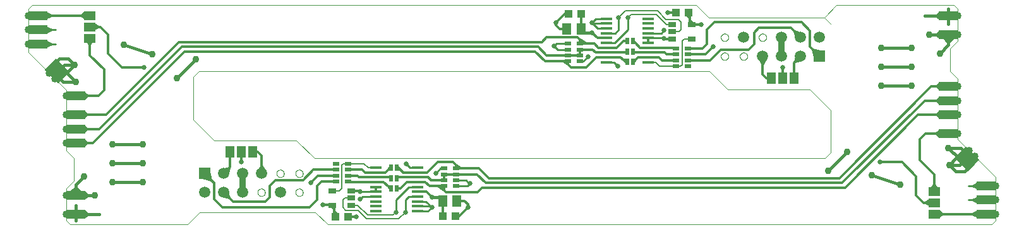
<source format=gtl>
G04 EAGLE Gerber X2 export*
%TF.Part,Single*%
%TF.FileFunction,Other,top copper*%
%TF.FilePolarity,Positive*%
%TF.GenerationSoftware,Autodesk,EAGLE,9.5.2*%
%TF.CreationDate,2020-03-22T18:46:16Z*%
G75*
%MOMM*%
%FSLAX34Y34*%
%LPD*%
%INtop copper*%
%AMOC8*
5,1,8,0,0,1.08239X$1,22.5*%
G01*
%ADD10C,0.000000*%
%ADD11R,2.540000X1.270000*%
%ADD12R,1.270000X2.540000*%
%ADD13R,1.500000X1.500000*%
%ADD14C,1.500000*%
%ADD15R,1.168400X1.600200*%
%ADD16R,1.300000X1.500000*%
%ADD17R,1.600000X0.350000*%
%ADD18R,0.900000X0.500000*%
%ADD19R,1.100000X1.000000*%
%ADD20R,0.508000X0.889000*%
%ADD21R,1.600200X1.168400*%
%ADD22R,0.990000X0.690000*%
%ADD23C,0.203200*%
%ADD24C,1.020000*%
%ADD25C,0.304800*%
%ADD26C,0.406400*%
%ADD27C,0.935000*%
%ADD28C,0.680000*%
%ADD29C,0.254000*%
%ADD30C,0.812800*%


D10*
X0Y232410D02*
X50800Y181610D01*
X50800Y100330D01*
X60960Y90170D01*
X60960Y59690D01*
X50800Y49530D01*
X50800Y6350D01*
X55880Y1270D01*
X213360Y1270D01*
X0Y232410D02*
X0Y290830D01*
X5080Y295910D01*
X220980Y199390D02*
X220980Y142240D01*
X220980Y199390D02*
X228600Y207010D01*
X913130Y207010D01*
X895350Y295910D02*
X5080Y295910D01*
X913130Y207010D02*
X937260Y182880D01*
X1047750Y182880D01*
X911860Y279400D02*
X895350Y295910D01*
X911860Y279400D02*
X1066800Y279400D01*
X1075690Y270510D01*
X1245870Y115570D02*
X1296670Y64770D01*
X1245870Y115570D02*
X1245870Y196850D01*
X1235710Y207010D01*
X1235710Y237490D01*
X1245870Y247650D01*
X1245870Y290830D01*
X1240790Y295910D01*
X1083310Y295910D01*
X1296670Y64770D02*
X1296670Y6350D01*
X1291590Y1270D01*
X1075690Y97790D02*
X1075690Y154940D01*
X1075690Y97790D02*
X1068070Y90170D01*
X383540Y90170D01*
X401320Y1270D02*
X1291590Y1270D01*
X383540Y90170D02*
X359410Y114300D01*
X248920Y114300D01*
X384810Y17780D02*
X401320Y1270D01*
X384810Y17780D02*
X229870Y17780D01*
X1066800Y279400D02*
X1083310Y295910D01*
X1047750Y182880D02*
X1075690Y154940D01*
X248920Y114300D02*
X220980Y142240D01*
X229870Y17780D02*
X213360Y1270D01*
D11*
X63500Y110490D03*
X63500Y173990D03*
X63500Y129540D03*
X63500Y40640D03*
D12*
G36*
X55380Y206330D02*
X46400Y197350D01*
X28440Y215310D01*
X37420Y224290D01*
X55380Y206330D01*
G37*
D11*
X63500Y15240D03*
X63500Y148590D03*
D12*
G36*
X49030Y199980D02*
X40050Y191000D01*
X22090Y208960D01*
X31070Y217940D01*
X49030Y199980D01*
G37*
D13*
X1060450Y227330D03*
D14*
X1060450Y252730D03*
X1035050Y227330D03*
X1035050Y252730D03*
X1009650Y227330D03*
X1009650Y252730D03*
X958850Y252730D03*
D10*
X953850Y227330D02*
X953852Y227471D01*
X953858Y227612D01*
X953868Y227752D01*
X953882Y227892D01*
X953900Y228032D01*
X953921Y228171D01*
X953947Y228310D01*
X953976Y228448D01*
X954010Y228584D01*
X954047Y228720D01*
X954088Y228855D01*
X954133Y228989D01*
X954182Y229121D01*
X954234Y229252D01*
X954290Y229381D01*
X954350Y229508D01*
X954413Y229634D01*
X954479Y229758D01*
X954550Y229881D01*
X954623Y230001D01*
X954700Y230119D01*
X954780Y230235D01*
X954864Y230348D01*
X954950Y230459D01*
X955040Y230568D01*
X955133Y230674D01*
X955228Y230777D01*
X955327Y230878D01*
X955428Y230976D01*
X955532Y231071D01*
X955639Y231163D01*
X955748Y231252D01*
X955860Y231337D01*
X955974Y231420D01*
X956090Y231500D01*
X956209Y231576D01*
X956330Y231648D01*
X956452Y231718D01*
X956577Y231783D01*
X956703Y231846D01*
X956831Y231904D01*
X956961Y231959D01*
X957092Y232011D01*
X957225Y232058D01*
X957359Y232102D01*
X957494Y232143D01*
X957630Y232179D01*
X957767Y232211D01*
X957905Y232240D01*
X958043Y232265D01*
X958183Y232285D01*
X958323Y232302D01*
X958463Y232315D01*
X958604Y232324D01*
X958744Y232329D01*
X958885Y232330D01*
X959026Y232327D01*
X959167Y232320D01*
X959307Y232309D01*
X959447Y232294D01*
X959587Y232275D01*
X959726Y232253D01*
X959864Y232226D01*
X960002Y232196D01*
X960138Y232161D01*
X960274Y232123D01*
X960408Y232081D01*
X960542Y232035D01*
X960674Y231986D01*
X960804Y231932D01*
X960933Y231875D01*
X961060Y231815D01*
X961186Y231751D01*
X961309Y231683D01*
X961431Y231612D01*
X961551Y231538D01*
X961668Y231460D01*
X961783Y231379D01*
X961896Y231295D01*
X962007Y231208D01*
X962115Y231117D01*
X962220Y231024D01*
X962323Y230927D01*
X962423Y230828D01*
X962520Y230726D01*
X962614Y230621D01*
X962705Y230514D01*
X962793Y230404D01*
X962878Y230292D01*
X962960Y230177D01*
X963039Y230060D01*
X963114Y229941D01*
X963186Y229820D01*
X963254Y229697D01*
X963319Y229572D01*
X963381Y229445D01*
X963438Y229316D01*
X963493Y229186D01*
X963543Y229055D01*
X963590Y228922D01*
X963633Y228788D01*
X963672Y228652D01*
X963707Y228516D01*
X963739Y228379D01*
X963766Y228241D01*
X963790Y228102D01*
X963810Y227962D01*
X963826Y227822D01*
X963838Y227682D01*
X963846Y227541D01*
X963850Y227400D01*
X963850Y227260D01*
X963846Y227119D01*
X963838Y226978D01*
X963826Y226838D01*
X963810Y226698D01*
X963790Y226558D01*
X963766Y226419D01*
X963739Y226281D01*
X963707Y226144D01*
X963672Y226008D01*
X963633Y225872D01*
X963590Y225738D01*
X963543Y225605D01*
X963493Y225474D01*
X963438Y225344D01*
X963381Y225215D01*
X963319Y225088D01*
X963254Y224963D01*
X963186Y224840D01*
X963114Y224719D01*
X963039Y224600D01*
X962960Y224483D01*
X962878Y224368D01*
X962793Y224256D01*
X962705Y224146D01*
X962614Y224039D01*
X962520Y223934D01*
X962423Y223832D01*
X962323Y223733D01*
X962220Y223636D01*
X962115Y223543D01*
X962007Y223452D01*
X961896Y223365D01*
X961783Y223281D01*
X961668Y223200D01*
X961551Y223122D01*
X961431Y223048D01*
X961309Y222977D01*
X961186Y222909D01*
X961060Y222845D01*
X960933Y222785D01*
X960804Y222728D01*
X960674Y222674D01*
X960542Y222625D01*
X960408Y222579D01*
X960274Y222537D01*
X960138Y222499D01*
X960002Y222464D01*
X959864Y222434D01*
X959726Y222407D01*
X959587Y222385D01*
X959447Y222366D01*
X959307Y222351D01*
X959167Y222340D01*
X959026Y222333D01*
X958885Y222330D01*
X958744Y222331D01*
X958604Y222336D01*
X958463Y222345D01*
X958323Y222358D01*
X958183Y222375D01*
X958043Y222395D01*
X957905Y222420D01*
X957767Y222449D01*
X957630Y222481D01*
X957494Y222517D01*
X957359Y222558D01*
X957225Y222602D01*
X957092Y222649D01*
X956961Y222701D01*
X956831Y222756D01*
X956703Y222814D01*
X956577Y222877D01*
X956452Y222942D01*
X956330Y223012D01*
X956209Y223084D01*
X956090Y223160D01*
X955974Y223240D01*
X955860Y223323D01*
X955748Y223408D01*
X955639Y223497D01*
X955532Y223589D01*
X955428Y223684D01*
X955327Y223782D01*
X955228Y223883D01*
X955133Y223986D01*
X955040Y224092D01*
X954950Y224201D01*
X954864Y224312D01*
X954780Y224425D01*
X954700Y224541D01*
X954623Y224659D01*
X954550Y224779D01*
X954479Y224902D01*
X954413Y225026D01*
X954350Y225152D01*
X954290Y225279D01*
X954234Y225408D01*
X954182Y225539D01*
X954133Y225671D01*
X954088Y225805D01*
X954047Y225940D01*
X954010Y226076D01*
X953976Y226212D01*
X953947Y226350D01*
X953921Y226489D01*
X953900Y226628D01*
X953882Y226768D01*
X953868Y226908D01*
X953858Y227048D01*
X953852Y227189D01*
X953850Y227330D01*
X928450Y227330D02*
X928452Y227471D01*
X928458Y227612D01*
X928468Y227752D01*
X928482Y227892D01*
X928500Y228032D01*
X928521Y228171D01*
X928547Y228310D01*
X928576Y228448D01*
X928610Y228584D01*
X928647Y228720D01*
X928688Y228855D01*
X928733Y228989D01*
X928782Y229121D01*
X928834Y229252D01*
X928890Y229381D01*
X928950Y229508D01*
X929013Y229634D01*
X929079Y229758D01*
X929150Y229881D01*
X929223Y230001D01*
X929300Y230119D01*
X929380Y230235D01*
X929464Y230348D01*
X929550Y230459D01*
X929640Y230568D01*
X929733Y230674D01*
X929828Y230777D01*
X929927Y230878D01*
X930028Y230976D01*
X930132Y231071D01*
X930239Y231163D01*
X930348Y231252D01*
X930460Y231337D01*
X930574Y231420D01*
X930690Y231500D01*
X930809Y231576D01*
X930930Y231648D01*
X931052Y231718D01*
X931177Y231783D01*
X931303Y231846D01*
X931431Y231904D01*
X931561Y231959D01*
X931692Y232011D01*
X931825Y232058D01*
X931959Y232102D01*
X932094Y232143D01*
X932230Y232179D01*
X932367Y232211D01*
X932505Y232240D01*
X932643Y232265D01*
X932783Y232285D01*
X932923Y232302D01*
X933063Y232315D01*
X933204Y232324D01*
X933344Y232329D01*
X933485Y232330D01*
X933626Y232327D01*
X933767Y232320D01*
X933907Y232309D01*
X934047Y232294D01*
X934187Y232275D01*
X934326Y232253D01*
X934464Y232226D01*
X934602Y232196D01*
X934738Y232161D01*
X934874Y232123D01*
X935008Y232081D01*
X935142Y232035D01*
X935274Y231986D01*
X935404Y231932D01*
X935533Y231875D01*
X935660Y231815D01*
X935786Y231751D01*
X935909Y231683D01*
X936031Y231612D01*
X936151Y231538D01*
X936268Y231460D01*
X936383Y231379D01*
X936496Y231295D01*
X936607Y231208D01*
X936715Y231117D01*
X936820Y231024D01*
X936923Y230927D01*
X937023Y230828D01*
X937120Y230726D01*
X937214Y230621D01*
X937305Y230514D01*
X937393Y230404D01*
X937478Y230292D01*
X937560Y230177D01*
X937639Y230060D01*
X937714Y229941D01*
X937786Y229820D01*
X937854Y229697D01*
X937919Y229572D01*
X937981Y229445D01*
X938038Y229316D01*
X938093Y229186D01*
X938143Y229055D01*
X938190Y228922D01*
X938233Y228788D01*
X938272Y228652D01*
X938307Y228516D01*
X938339Y228379D01*
X938366Y228241D01*
X938390Y228102D01*
X938410Y227962D01*
X938426Y227822D01*
X938438Y227682D01*
X938446Y227541D01*
X938450Y227400D01*
X938450Y227260D01*
X938446Y227119D01*
X938438Y226978D01*
X938426Y226838D01*
X938410Y226698D01*
X938390Y226558D01*
X938366Y226419D01*
X938339Y226281D01*
X938307Y226144D01*
X938272Y226008D01*
X938233Y225872D01*
X938190Y225738D01*
X938143Y225605D01*
X938093Y225474D01*
X938038Y225344D01*
X937981Y225215D01*
X937919Y225088D01*
X937854Y224963D01*
X937786Y224840D01*
X937714Y224719D01*
X937639Y224600D01*
X937560Y224483D01*
X937478Y224368D01*
X937393Y224256D01*
X937305Y224146D01*
X937214Y224039D01*
X937120Y223934D01*
X937023Y223832D01*
X936923Y223733D01*
X936820Y223636D01*
X936715Y223543D01*
X936607Y223452D01*
X936496Y223365D01*
X936383Y223281D01*
X936268Y223200D01*
X936151Y223122D01*
X936031Y223048D01*
X935909Y222977D01*
X935786Y222909D01*
X935660Y222845D01*
X935533Y222785D01*
X935404Y222728D01*
X935274Y222674D01*
X935142Y222625D01*
X935008Y222579D01*
X934874Y222537D01*
X934738Y222499D01*
X934602Y222464D01*
X934464Y222434D01*
X934326Y222407D01*
X934187Y222385D01*
X934047Y222366D01*
X933907Y222351D01*
X933767Y222340D01*
X933626Y222333D01*
X933485Y222330D01*
X933344Y222331D01*
X933204Y222336D01*
X933063Y222345D01*
X932923Y222358D01*
X932783Y222375D01*
X932643Y222395D01*
X932505Y222420D01*
X932367Y222449D01*
X932230Y222481D01*
X932094Y222517D01*
X931959Y222558D01*
X931825Y222602D01*
X931692Y222649D01*
X931561Y222701D01*
X931431Y222756D01*
X931303Y222814D01*
X931177Y222877D01*
X931052Y222942D01*
X930930Y223012D01*
X930809Y223084D01*
X930690Y223160D01*
X930574Y223240D01*
X930460Y223323D01*
X930348Y223408D01*
X930239Y223497D01*
X930132Y223589D01*
X930028Y223684D01*
X929927Y223782D01*
X929828Y223883D01*
X929733Y223986D01*
X929640Y224092D01*
X929550Y224201D01*
X929464Y224312D01*
X929380Y224425D01*
X929300Y224541D01*
X929223Y224659D01*
X929150Y224779D01*
X929079Y224902D01*
X929013Y225026D01*
X928950Y225152D01*
X928890Y225279D01*
X928834Y225408D01*
X928782Y225539D01*
X928733Y225671D01*
X928688Y225805D01*
X928647Y225940D01*
X928610Y226076D01*
X928576Y226212D01*
X928547Y226350D01*
X928521Y226489D01*
X928500Y226628D01*
X928482Y226768D01*
X928468Y226908D01*
X928458Y227048D01*
X928452Y227189D01*
X928450Y227330D01*
X928450Y252730D02*
X928452Y252871D01*
X928458Y253012D01*
X928468Y253152D01*
X928482Y253292D01*
X928500Y253432D01*
X928521Y253571D01*
X928547Y253710D01*
X928576Y253848D01*
X928610Y253984D01*
X928647Y254120D01*
X928688Y254255D01*
X928733Y254389D01*
X928782Y254521D01*
X928834Y254652D01*
X928890Y254781D01*
X928950Y254908D01*
X929013Y255034D01*
X929079Y255158D01*
X929150Y255281D01*
X929223Y255401D01*
X929300Y255519D01*
X929380Y255635D01*
X929464Y255748D01*
X929550Y255859D01*
X929640Y255968D01*
X929733Y256074D01*
X929828Y256177D01*
X929927Y256278D01*
X930028Y256376D01*
X930132Y256471D01*
X930239Y256563D01*
X930348Y256652D01*
X930460Y256737D01*
X930574Y256820D01*
X930690Y256900D01*
X930809Y256976D01*
X930930Y257048D01*
X931052Y257118D01*
X931177Y257183D01*
X931303Y257246D01*
X931431Y257304D01*
X931561Y257359D01*
X931692Y257411D01*
X931825Y257458D01*
X931959Y257502D01*
X932094Y257543D01*
X932230Y257579D01*
X932367Y257611D01*
X932505Y257640D01*
X932643Y257665D01*
X932783Y257685D01*
X932923Y257702D01*
X933063Y257715D01*
X933204Y257724D01*
X933344Y257729D01*
X933485Y257730D01*
X933626Y257727D01*
X933767Y257720D01*
X933907Y257709D01*
X934047Y257694D01*
X934187Y257675D01*
X934326Y257653D01*
X934464Y257626D01*
X934602Y257596D01*
X934738Y257561D01*
X934874Y257523D01*
X935008Y257481D01*
X935142Y257435D01*
X935274Y257386D01*
X935404Y257332D01*
X935533Y257275D01*
X935660Y257215D01*
X935786Y257151D01*
X935909Y257083D01*
X936031Y257012D01*
X936151Y256938D01*
X936268Y256860D01*
X936383Y256779D01*
X936496Y256695D01*
X936607Y256608D01*
X936715Y256517D01*
X936820Y256424D01*
X936923Y256327D01*
X937023Y256228D01*
X937120Y256126D01*
X937214Y256021D01*
X937305Y255914D01*
X937393Y255804D01*
X937478Y255692D01*
X937560Y255577D01*
X937639Y255460D01*
X937714Y255341D01*
X937786Y255220D01*
X937854Y255097D01*
X937919Y254972D01*
X937981Y254845D01*
X938038Y254716D01*
X938093Y254586D01*
X938143Y254455D01*
X938190Y254322D01*
X938233Y254188D01*
X938272Y254052D01*
X938307Y253916D01*
X938339Y253779D01*
X938366Y253641D01*
X938390Y253502D01*
X938410Y253362D01*
X938426Y253222D01*
X938438Y253082D01*
X938446Y252941D01*
X938450Y252800D01*
X938450Y252660D01*
X938446Y252519D01*
X938438Y252378D01*
X938426Y252238D01*
X938410Y252098D01*
X938390Y251958D01*
X938366Y251819D01*
X938339Y251681D01*
X938307Y251544D01*
X938272Y251408D01*
X938233Y251272D01*
X938190Y251138D01*
X938143Y251005D01*
X938093Y250874D01*
X938038Y250744D01*
X937981Y250615D01*
X937919Y250488D01*
X937854Y250363D01*
X937786Y250240D01*
X937714Y250119D01*
X937639Y250000D01*
X937560Y249883D01*
X937478Y249768D01*
X937393Y249656D01*
X937305Y249546D01*
X937214Y249439D01*
X937120Y249334D01*
X937023Y249232D01*
X936923Y249133D01*
X936820Y249036D01*
X936715Y248943D01*
X936607Y248852D01*
X936496Y248765D01*
X936383Y248681D01*
X936268Y248600D01*
X936151Y248522D01*
X936031Y248448D01*
X935909Y248377D01*
X935786Y248309D01*
X935660Y248245D01*
X935533Y248185D01*
X935404Y248128D01*
X935274Y248074D01*
X935142Y248025D01*
X935008Y247979D01*
X934874Y247937D01*
X934738Y247899D01*
X934602Y247864D01*
X934464Y247834D01*
X934326Y247807D01*
X934187Y247785D01*
X934047Y247766D01*
X933907Y247751D01*
X933767Y247740D01*
X933626Y247733D01*
X933485Y247730D01*
X933344Y247731D01*
X933204Y247736D01*
X933063Y247745D01*
X932923Y247758D01*
X932783Y247775D01*
X932643Y247795D01*
X932505Y247820D01*
X932367Y247849D01*
X932230Y247881D01*
X932094Y247917D01*
X931959Y247958D01*
X931825Y248002D01*
X931692Y248049D01*
X931561Y248101D01*
X931431Y248156D01*
X931303Y248214D01*
X931177Y248277D01*
X931052Y248342D01*
X930930Y248412D01*
X930809Y248484D01*
X930690Y248560D01*
X930574Y248640D01*
X930460Y248723D01*
X930348Y248808D01*
X930239Y248897D01*
X930132Y248989D01*
X930028Y249084D01*
X929927Y249182D01*
X929828Y249283D01*
X929733Y249386D01*
X929640Y249492D01*
X929550Y249601D01*
X929464Y249712D01*
X929380Y249825D01*
X929300Y249941D01*
X929223Y250059D01*
X929150Y250179D01*
X929079Y250302D01*
X929013Y250426D01*
X928950Y250552D01*
X928890Y250679D01*
X928834Y250808D01*
X928782Y250939D01*
X928733Y251071D01*
X928688Y251205D01*
X928647Y251340D01*
X928610Y251476D01*
X928576Y251612D01*
X928547Y251750D01*
X928521Y251889D01*
X928500Y252028D01*
X928482Y252168D01*
X928468Y252308D01*
X928458Y252448D01*
X928452Y252589D01*
X928450Y252730D01*
D14*
X984250Y227330D03*
D10*
X979250Y252730D02*
X979252Y252871D01*
X979258Y253012D01*
X979268Y253152D01*
X979282Y253292D01*
X979300Y253432D01*
X979321Y253571D01*
X979347Y253710D01*
X979376Y253848D01*
X979410Y253984D01*
X979447Y254120D01*
X979488Y254255D01*
X979533Y254389D01*
X979582Y254521D01*
X979634Y254652D01*
X979690Y254781D01*
X979750Y254908D01*
X979813Y255034D01*
X979879Y255158D01*
X979950Y255281D01*
X980023Y255401D01*
X980100Y255519D01*
X980180Y255635D01*
X980264Y255748D01*
X980350Y255859D01*
X980440Y255968D01*
X980533Y256074D01*
X980628Y256177D01*
X980727Y256278D01*
X980828Y256376D01*
X980932Y256471D01*
X981039Y256563D01*
X981148Y256652D01*
X981260Y256737D01*
X981374Y256820D01*
X981490Y256900D01*
X981609Y256976D01*
X981730Y257048D01*
X981852Y257118D01*
X981977Y257183D01*
X982103Y257246D01*
X982231Y257304D01*
X982361Y257359D01*
X982492Y257411D01*
X982625Y257458D01*
X982759Y257502D01*
X982894Y257543D01*
X983030Y257579D01*
X983167Y257611D01*
X983305Y257640D01*
X983443Y257665D01*
X983583Y257685D01*
X983723Y257702D01*
X983863Y257715D01*
X984004Y257724D01*
X984144Y257729D01*
X984285Y257730D01*
X984426Y257727D01*
X984567Y257720D01*
X984707Y257709D01*
X984847Y257694D01*
X984987Y257675D01*
X985126Y257653D01*
X985264Y257626D01*
X985402Y257596D01*
X985538Y257561D01*
X985674Y257523D01*
X985808Y257481D01*
X985942Y257435D01*
X986074Y257386D01*
X986204Y257332D01*
X986333Y257275D01*
X986460Y257215D01*
X986586Y257151D01*
X986709Y257083D01*
X986831Y257012D01*
X986951Y256938D01*
X987068Y256860D01*
X987183Y256779D01*
X987296Y256695D01*
X987407Y256608D01*
X987515Y256517D01*
X987620Y256424D01*
X987723Y256327D01*
X987823Y256228D01*
X987920Y256126D01*
X988014Y256021D01*
X988105Y255914D01*
X988193Y255804D01*
X988278Y255692D01*
X988360Y255577D01*
X988439Y255460D01*
X988514Y255341D01*
X988586Y255220D01*
X988654Y255097D01*
X988719Y254972D01*
X988781Y254845D01*
X988838Y254716D01*
X988893Y254586D01*
X988943Y254455D01*
X988990Y254322D01*
X989033Y254188D01*
X989072Y254052D01*
X989107Y253916D01*
X989139Y253779D01*
X989166Y253641D01*
X989190Y253502D01*
X989210Y253362D01*
X989226Y253222D01*
X989238Y253082D01*
X989246Y252941D01*
X989250Y252800D01*
X989250Y252660D01*
X989246Y252519D01*
X989238Y252378D01*
X989226Y252238D01*
X989210Y252098D01*
X989190Y251958D01*
X989166Y251819D01*
X989139Y251681D01*
X989107Y251544D01*
X989072Y251408D01*
X989033Y251272D01*
X988990Y251138D01*
X988943Y251005D01*
X988893Y250874D01*
X988838Y250744D01*
X988781Y250615D01*
X988719Y250488D01*
X988654Y250363D01*
X988586Y250240D01*
X988514Y250119D01*
X988439Y250000D01*
X988360Y249883D01*
X988278Y249768D01*
X988193Y249656D01*
X988105Y249546D01*
X988014Y249439D01*
X987920Y249334D01*
X987823Y249232D01*
X987723Y249133D01*
X987620Y249036D01*
X987515Y248943D01*
X987407Y248852D01*
X987296Y248765D01*
X987183Y248681D01*
X987068Y248600D01*
X986951Y248522D01*
X986831Y248448D01*
X986709Y248377D01*
X986586Y248309D01*
X986460Y248245D01*
X986333Y248185D01*
X986204Y248128D01*
X986074Y248074D01*
X985942Y248025D01*
X985808Y247979D01*
X985674Y247937D01*
X985538Y247899D01*
X985402Y247864D01*
X985264Y247834D01*
X985126Y247807D01*
X984987Y247785D01*
X984847Y247766D01*
X984707Y247751D01*
X984567Y247740D01*
X984426Y247733D01*
X984285Y247730D01*
X984144Y247731D01*
X984004Y247736D01*
X983863Y247745D01*
X983723Y247758D01*
X983583Y247775D01*
X983443Y247795D01*
X983305Y247820D01*
X983167Y247849D01*
X983030Y247881D01*
X982894Y247917D01*
X982759Y247958D01*
X982625Y248002D01*
X982492Y248049D01*
X982361Y248101D01*
X982231Y248156D01*
X982103Y248214D01*
X981977Y248277D01*
X981852Y248342D01*
X981730Y248412D01*
X981609Y248484D01*
X981490Y248560D01*
X981374Y248640D01*
X981260Y248723D01*
X981148Y248808D01*
X981039Y248897D01*
X980932Y248989D01*
X980828Y249084D01*
X980727Y249182D01*
X980628Y249283D01*
X980533Y249386D01*
X980440Y249492D01*
X980350Y249601D01*
X980264Y249712D01*
X980180Y249825D01*
X980100Y249941D01*
X980023Y250059D01*
X979950Y250179D01*
X979879Y250302D01*
X979813Y250426D01*
X979750Y250552D01*
X979690Y250679D01*
X979634Y250808D01*
X979582Y250939D01*
X979533Y251071D01*
X979488Y251205D01*
X979447Y251340D01*
X979410Y251476D01*
X979376Y251612D01*
X979347Y251750D01*
X979321Y251889D01*
X979300Y252028D01*
X979282Y252168D01*
X979268Y252308D01*
X979258Y252448D01*
X979252Y252589D01*
X979250Y252730D01*
D15*
X1026160Y198120D03*
X1010920Y198120D03*
X995680Y198120D03*
D16*
X722020Y264160D03*
X741020Y264160D03*
D17*
X774640Y277870D03*
X774640Y271370D03*
X774640Y264870D03*
X774640Y258370D03*
X774640Y251870D03*
X774640Y245370D03*
X774640Y238870D03*
X774640Y232370D03*
X774640Y225870D03*
X774640Y219370D03*
X830640Y219370D03*
X830640Y225870D03*
X830640Y232370D03*
X830640Y238870D03*
X830640Y245370D03*
X830640Y251870D03*
X830640Y258370D03*
X830640Y264870D03*
X830640Y271370D03*
X830640Y277870D03*
D18*
X739520Y220410D03*
X739520Y228410D03*
X739520Y236410D03*
X739520Y244410D03*
X723520Y244410D03*
X723520Y236410D03*
X723520Y228410D03*
X723520Y220410D03*
D11*
X12700Y243840D03*
X12700Y262890D03*
X12700Y281940D03*
D18*
X868300Y238060D03*
X868300Y230060D03*
X868300Y222060D03*
X868300Y214060D03*
X884300Y214060D03*
X884300Y222060D03*
X884300Y230060D03*
X884300Y238060D03*
D19*
X741290Y284480D03*
X724290Y284480D03*
D20*
X802640Y247650D03*
X810260Y247650D03*
X802640Y233680D03*
X810260Y233680D03*
X802640Y219710D03*
X810260Y219710D03*
D21*
X82550Y281940D03*
X82550Y266700D03*
X82550Y251460D03*
D22*
X863400Y269850D03*
X863400Y260350D03*
X863400Y250850D03*
X889300Y250850D03*
X889300Y269850D03*
D19*
X884800Y285750D03*
X867800Y285750D03*
D11*
X1233170Y186690D03*
X1233170Y123190D03*
X1233170Y167640D03*
X1233170Y256540D03*
D12*
G36*
X1241290Y90850D02*
X1250270Y99830D01*
X1268230Y81870D01*
X1259250Y72890D01*
X1241290Y90850D01*
G37*
D11*
X1233170Y281940D03*
X1233170Y148590D03*
D12*
G36*
X1247640Y97200D02*
X1256620Y106180D01*
X1274580Y88220D01*
X1265600Y79240D01*
X1247640Y97200D01*
G37*
D13*
X236220Y69850D03*
D14*
X236220Y44450D03*
X261620Y69850D03*
X261620Y44450D03*
X287020Y69850D03*
X287020Y44450D03*
X337820Y44450D03*
D10*
X332820Y69850D02*
X332822Y69991D01*
X332828Y70132D01*
X332838Y70272D01*
X332852Y70412D01*
X332870Y70552D01*
X332891Y70691D01*
X332917Y70830D01*
X332946Y70968D01*
X332980Y71104D01*
X333017Y71240D01*
X333058Y71375D01*
X333103Y71509D01*
X333152Y71641D01*
X333204Y71772D01*
X333260Y71901D01*
X333320Y72028D01*
X333383Y72154D01*
X333449Y72278D01*
X333520Y72401D01*
X333593Y72521D01*
X333670Y72639D01*
X333750Y72755D01*
X333834Y72868D01*
X333920Y72979D01*
X334010Y73088D01*
X334103Y73194D01*
X334198Y73297D01*
X334297Y73398D01*
X334398Y73496D01*
X334502Y73591D01*
X334609Y73683D01*
X334718Y73772D01*
X334830Y73857D01*
X334944Y73940D01*
X335060Y74020D01*
X335179Y74096D01*
X335300Y74168D01*
X335422Y74238D01*
X335547Y74303D01*
X335673Y74366D01*
X335801Y74424D01*
X335931Y74479D01*
X336062Y74531D01*
X336195Y74578D01*
X336329Y74622D01*
X336464Y74663D01*
X336600Y74699D01*
X336737Y74731D01*
X336875Y74760D01*
X337013Y74785D01*
X337153Y74805D01*
X337293Y74822D01*
X337433Y74835D01*
X337574Y74844D01*
X337714Y74849D01*
X337855Y74850D01*
X337996Y74847D01*
X338137Y74840D01*
X338277Y74829D01*
X338417Y74814D01*
X338557Y74795D01*
X338696Y74773D01*
X338834Y74746D01*
X338972Y74716D01*
X339108Y74681D01*
X339244Y74643D01*
X339378Y74601D01*
X339512Y74555D01*
X339644Y74506D01*
X339774Y74452D01*
X339903Y74395D01*
X340030Y74335D01*
X340156Y74271D01*
X340279Y74203D01*
X340401Y74132D01*
X340521Y74058D01*
X340638Y73980D01*
X340753Y73899D01*
X340866Y73815D01*
X340977Y73728D01*
X341085Y73637D01*
X341190Y73544D01*
X341293Y73447D01*
X341393Y73348D01*
X341490Y73246D01*
X341584Y73141D01*
X341675Y73034D01*
X341763Y72924D01*
X341848Y72812D01*
X341930Y72697D01*
X342009Y72580D01*
X342084Y72461D01*
X342156Y72340D01*
X342224Y72217D01*
X342289Y72092D01*
X342351Y71965D01*
X342408Y71836D01*
X342463Y71706D01*
X342513Y71575D01*
X342560Y71442D01*
X342603Y71308D01*
X342642Y71172D01*
X342677Y71036D01*
X342709Y70899D01*
X342736Y70761D01*
X342760Y70622D01*
X342780Y70482D01*
X342796Y70342D01*
X342808Y70202D01*
X342816Y70061D01*
X342820Y69920D01*
X342820Y69780D01*
X342816Y69639D01*
X342808Y69498D01*
X342796Y69358D01*
X342780Y69218D01*
X342760Y69078D01*
X342736Y68939D01*
X342709Y68801D01*
X342677Y68664D01*
X342642Y68528D01*
X342603Y68392D01*
X342560Y68258D01*
X342513Y68125D01*
X342463Y67994D01*
X342408Y67864D01*
X342351Y67735D01*
X342289Y67608D01*
X342224Y67483D01*
X342156Y67360D01*
X342084Y67239D01*
X342009Y67120D01*
X341930Y67003D01*
X341848Y66888D01*
X341763Y66776D01*
X341675Y66666D01*
X341584Y66559D01*
X341490Y66454D01*
X341393Y66352D01*
X341293Y66253D01*
X341190Y66156D01*
X341085Y66063D01*
X340977Y65972D01*
X340866Y65885D01*
X340753Y65801D01*
X340638Y65720D01*
X340521Y65642D01*
X340401Y65568D01*
X340279Y65497D01*
X340156Y65429D01*
X340030Y65365D01*
X339903Y65305D01*
X339774Y65248D01*
X339644Y65194D01*
X339512Y65145D01*
X339378Y65099D01*
X339244Y65057D01*
X339108Y65019D01*
X338972Y64984D01*
X338834Y64954D01*
X338696Y64927D01*
X338557Y64905D01*
X338417Y64886D01*
X338277Y64871D01*
X338137Y64860D01*
X337996Y64853D01*
X337855Y64850D01*
X337714Y64851D01*
X337574Y64856D01*
X337433Y64865D01*
X337293Y64878D01*
X337153Y64895D01*
X337013Y64915D01*
X336875Y64940D01*
X336737Y64969D01*
X336600Y65001D01*
X336464Y65037D01*
X336329Y65078D01*
X336195Y65122D01*
X336062Y65169D01*
X335931Y65221D01*
X335801Y65276D01*
X335673Y65334D01*
X335547Y65397D01*
X335422Y65462D01*
X335300Y65532D01*
X335179Y65604D01*
X335060Y65680D01*
X334944Y65760D01*
X334830Y65843D01*
X334718Y65928D01*
X334609Y66017D01*
X334502Y66109D01*
X334398Y66204D01*
X334297Y66302D01*
X334198Y66403D01*
X334103Y66506D01*
X334010Y66612D01*
X333920Y66721D01*
X333834Y66832D01*
X333750Y66945D01*
X333670Y67061D01*
X333593Y67179D01*
X333520Y67299D01*
X333449Y67422D01*
X333383Y67546D01*
X333320Y67672D01*
X333260Y67799D01*
X333204Y67928D01*
X333152Y68059D01*
X333103Y68191D01*
X333058Y68325D01*
X333017Y68460D01*
X332980Y68596D01*
X332946Y68732D01*
X332917Y68870D01*
X332891Y69009D01*
X332870Y69148D01*
X332852Y69288D01*
X332838Y69428D01*
X332828Y69568D01*
X332822Y69709D01*
X332820Y69850D01*
X358220Y69850D02*
X358222Y69991D01*
X358228Y70132D01*
X358238Y70272D01*
X358252Y70412D01*
X358270Y70552D01*
X358291Y70691D01*
X358317Y70830D01*
X358346Y70968D01*
X358380Y71104D01*
X358417Y71240D01*
X358458Y71375D01*
X358503Y71509D01*
X358552Y71641D01*
X358604Y71772D01*
X358660Y71901D01*
X358720Y72028D01*
X358783Y72154D01*
X358849Y72278D01*
X358920Y72401D01*
X358993Y72521D01*
X359070Y72639D01*
X359150Y72755D01*
X359234Y72868D01*
X359320Y72979D01*
X359410Y73088D01*
X359503Y73194D01*
X359598Y73297D01*
X359697Y73398D01*
X359798Y73496D01*
X359902Y73591D01*
X360009Y73683D01*
X360118Y73772D01*
X360230Y73857D01*
X360344Y73940D01*
X360460Y74020D01*
X360579Y74096D01*
X360700Y74168D01*
X360822Y74238D01*
X360947Y74303D01*
X361073Y74366D01*
X361201Y74424D01*
X361331Y74479D01*
X361462Y74531D01*
X361595Y74578D01*
X361729Y74622D01*
X361864Y74663D01*
X362000Y74699D01*
X362137Y74731D01*
X362275Y74760D01*
X362413Y74785D01*
X362553Y74805D01*
X362693Y74822D01*
X362833Y74835D01*
X362974Y74844D01*
X363114Y74849D01*
X363255Y74850D01*
X363396Y74847D01*
X363537Y74840D01*
X363677Y74829D01*
X363817Y74814D01*
X363957Y74795D01*
X364096Y74773D01*
X364234Y74746D01*
X364372Y74716D01*
X364508Y74681D01*
X364644Y74643D01*
X364778Y74601D01*
X364912Y74555D01*
X365044Y74506D01*
X365174Y74452D01*
X365303Y74395D01*
X365430Y74335D01*
X365556Y74271D01*
X365679Y74203D01*
X365801Y74132D01*
X365921Y74058D01*
X366038Y73980D01*
X366153Y73899D01*
X366266Y73815D01*
X366377Y73728D01*
X366485Y73637D01*
X366590Y73544D01*
X366693Y73447D01*
X366793Y73348D01*
X366890Y73246D01*
X366984Y73141D01*
X367075Y73034D01*
X367163Y72924D01*
X367248Y72812D01*
X367330Y72697D01*
X367409Y72580D01*
X367484Y72461D01*
X367556Y72340D01*
X367624Y72217D01*
X367689Y72092D01*
X367751Y71965D01*
X367808Y71836D01*
X367863Y71706D01*
X367913Y71575D01*
X367960Y71442D01*
X368003Y71308D01*
X368042Y71172D01*
X368077Y71036D01*
X368109Y70899D01*
X368136Y70761D01*
X368160Y70622D01*
X368180Y70482D01*
X368196Y70342D01*
X368208Y70202D01*
X368216Y70061D01*
X368220Y69920D01*
X368220Y69780D01*
X368216Y69639D01*
X368208Y69498D01*
X368196Y69358D01*
X368180Y69218D01*
X368160Y69078D01*
X368136Y68939D01*
X368109Y68801D01*
X368077Y68664D01*
X368042Y68528D01*
X368003Y68392D01*
X367960Y68258D01*
X367913Y68125D01*
X367863Y67994D01*
X367808Y67864D01*
X367751Y67735D01*
X367689Y67608D01*
X367624Y67483D01*
X367556Y67360D01*
X367484Y67239D01*
X367409Y67120D01*
X367330Y67003D01*
X367248Y66888D01*
X367163Y66776D01*
X367075Y66666D01*
X366984Y66559D01*
X366890Y66454D01*
X366793Y66352D01*
X366693Y66253D01*
X366590Y66156D01*
X366485Y66063D01*
X366377Y65972D01*
X366266Y65885D01*
X366153Y65801D01*
X366038Y65720D01*
X365921Y65642D01*
X365801Y65568D01*
X365679Y65497D01*
X365556Y65429D01*
X365430Y65365D01*
X365303Y65305D01*
X365174Y65248D01*
X365044Y65194D01*
X364912Y65145D01*
X364778Y65099D01*
X364644Y65057D01*
X364508Y65019D01*
X364372Y64984D01*
X364234Y64954D01*
X364096Y64927D01*
X363957Y64905D01*
X363817Y64886D01*
X363677Y64871D01*
X363537Y64860D01*
X363396Y64853D01*
X363255Y64850D01*
X363114Y64851D01*
X362974Y64856D01*
X362833Y64865D01*
X362693Y64878D01*
X362553Y64895D01*
X362413Y64915D01*
X362275Y64940D01*
X362137Y64969D01*
X362000Y65001D01*
X361864Y65037D01*
X361729Y65078D01*
X361595Y65122D01*
X361462Y65169D01*
X361331Y65221D01*
X361201Y65276D01*
X361073Y65334D01*
X360947Y65397D01*
X360822Y65462D01*
X360700Y65532D01*
X360579Y65604D01*
X360460Y65680D01*
X360344Y65760D01*
X360230Y65843D01*
X360118Y65928D01*
X360009Y66017D01*
X359902Y66109D01*
X359798Y66204D01*
X359697Y66302D01*
X359598Y66403D01*
X359503Y66506D01*
X359410Y66612D01*
X359320Y66721D01*
X359234Y66832D01*
X359150Y66945D01*
X359070Y67061D01*
X358993Y67179D01*
X358920Y67299D01*
X358849Y67422D01*
X358783Y67546D01*
X358720Y67672D01*
X358660Y67799D01*
X358604Y67928D01*
X358552Y68059D01*
X358503Y68191D01*
X358458Y68325D01*
X358417Y68460D01*
X358380Y68596D01*
X358346Y68732D01*
X358317Y68870D01*
X358291Y69009D01*
X358270Y69148D01*
X358252Y69288D01*
X358238Y69428D01*
X358228Y69568D01*
X358222Y69709D01*
X358220Y69850D01*
X358220Y44450D02*
X358222Y44591D01*
X358228Y44732D01*
X358238Y44872D01*
X358252Y45012D01*
X358270Y45152D01*
X358291Y45291D01*
X358317Y45430D01*
X358346Y45568D01*
X358380Y45704D01*
X358417Y45840D01*
X358458Y45975D01*
X358503Y46109D01*
X358552Y46241D01*
X358604Y46372D01*
X358660Y46501D01*
X358720Y46628D01*
X358783Y46754D01*
X358849Y46878D01*
X358920Y47001D01*
X358993Y47121D01*
X359070Y47239D01*
X359150Y47355D01*
X359234Y47468D01*
X359320Y47579D01*
X359410Y47688D01*
X359503Y47794D01*
X359598Y47897D01*
X359697Y47998D01*
X359798Y48096D01*
X359902Y48191D01*
X360009Y48283D01*
X360118Y48372D01*
X360230Y48457D01*
X360344Y48540D01*
X360460Y48620D01*
X360579Y48696D01*
X360700Y48768D01*
X360822Y48838D01*
X360947Y48903D01*
X361073Y48966D01*
X361201Y49024D01*
X361331Y49079D01*
X361462Y49131D01*
X361595Y49178D01*
X361729Y49222D01*
X361864Y49263D01*
X362000Y49299D01*
X362137Y49331D01*
X362275Y49360D01*
X362413Y49385D01*
X362553Y49405D01*
X362693Y49422D01*
X362833Y49435D01*
X362974Y49444D01*
X363114Y49449D01*
X363255Y49450D01*
X363396Y49447D01*
X363537Y49440D01*
X363677Y49429D01*
X363817Y49414D01*
X363957Y49395D01*
X364096Y49373D01*
X364234Y49346D01*
X364372Y49316D01*
X364508Y49281D01*
X364644Y49243D01*
X364778Y49201D01*
X364912Y49155D01*
X365044Y49106D01*
X365174Y49052D01*
X365303Y48995D01*
X365430Y48935D01*
X365556Y48871D01*
X365679Y48803D01*
X365801Y48732D01*
X365921Y48658D01*
X366038Y48580D01*
X366153Y48499D01*
X366266Y48415D01*
X366377Y48328D01*
X366485Y48237D01*
X366590Y48144D01*
X366693Y48047D01*
X366793Y47948D01*
X366890Y47846D01*
X366984Y47741D01*
X367075Y47634D01*
X367163Y47524D01*
X367248Y47412D01*
X367330Y47297D01*
X367409Y47180D01*
X367484Y47061D01*
X367556Y46940D01*
X367624Y46817D01*
X367689Y46692D01*
X367751Y46565D01*
X367808Y46436D01*
X367863Y46306D01*
X367913Y46175D01*
X367960Y46042D01*
X368003Y45908D01*
X368042Y45772D01*
X368077Y45636D01*
X368109Y45499D01*
X368136Y45361D01*
X368160Y45222D01*
X368180Y45082D01*
X368196Y44942D01*
X368208Y44802D01*
X368216Y44661D01*
X368220Y44520D01*
X368220Y44380D01*
X368216Y44239D01*
X368208Y44098D01*
X368196Y43958D01*
X368180Y43818D01*
X368160Y43678D01*
X368136Y43539D01*
X368109Y43401D01*
X368077Y43264D01*
X368042Y43128D01*
X368003Y42992D01*
X367960Y42858D01*
X367913Y42725D01*
X367863Y42594D01*
X367808Y42464D01*
X367751Y42335D01*
X367689Y42208D01*
X367624Y42083D01*
X367556Y41960D01*
X367484Y41839D01*
X367409Y41720D01*
X367330Y41603D01*
X367248Y41488D01*
X367163Y41376D01*
X367075Y41266D01*
X366984Y41159D01*
X366890Y41054D01*
X366793Y40952D01*
X366693Y40853D01*
X366590Y40756D01*
X366485Y40663D01*
X366377Y40572D01*
X366266Y40485D01*
X366153Y40401D01*
X366038Y40320D01*
X365921Y40242D01*
X365801Y40168D01*
X365679Y40097D01*
X365556Y40029D01*
X365430Y39965D01*
X365303Y39905D01*
X365174Y39848D01*
X365044Y39794D01*
X364912Y39745D01*
X364778Y39699D01*
X364644Y39657D01*
X364508Y39619D01*
X364372Y39584D01*
X364234Y39554D01*
X364096Y39527D01*
X363957Y39505D01*
X363817Y39486D01*
X363677Y39471D01*
X363537Y39460D01*
X363396Y39453D01*
X363255Y39450D01*
X363114Y39451D01*
X362974Y39456D01*
X362833Y39465D01*
X362693Y39478D01*
X362553Y39495D01*
X362413Y39515D01*
X362275Y39540D01*
X362137Y39569D01*
X362000Y39601D01*
X361864Y39637D01*
X361729Y39678D01*
X361595Y39722D01*
X361462Y39769D01*
X361331Y39821D01*
X361201Y39876D01*
X361073Y39934D01*
X360947Y39997D01*
X360822Y40062D01*
X360700Y40132D01*
X360579Y40204D01*
X360460Y40280D01*
X360344Y40360D01*
X360230Y40443D01*
X360118Y40528D01*
X360009Y40617D01*
X359902Y40709D01*
X359798Y40804D01*
X359697Y40902D01*
X359598Y41003D01*
X359503Y41106D01*
X359410Y41212D01*
X359320Y41321D01*
X359234Y41432D01*
X359150Y41545D01*
X359070Y41661D01*
X358993Y41779D01*
X358920Y41899D01*
X358849Y42022D01*
X358783Y42146D01*
X358720Y42272D01*
X358660Y42399D01*
X358604Y42528D01*
X358552Y42659D01*
X358503Y42791D01*
X358458Y42925D01*
X358417Y43060D01*
X358380Y43196D01*
X358346Y43332D01*
X358317Y43470D01*
X358291Y43609D01*
X358270Y43748D01*
X358252Y43888D01*
X358238Y44028D01*
X358228Y44168D01*
X358222Y44309D01*
X358220Y44450D01*
D14*
X312420Y69850D03*
D10*
X307420Y44450D02*
X307422Y44591D01*
X307428Y44732D01*
X307438Y44872D01*
X307452Y45012D01*
X307470Y45152D01*
X307491Y45291D01*
X307517Y45430D01*
X307546Y45568D01*
X307580Y45704D01*
X307617Y45840D01*
X307658Y45975D01*
X307703Y46109D01*
X307752Y46241D01*
X307804Y46372D01*
X307860Y46501D01*
X307920Y46628D01*
X307983Y46754D01*
X308049Y46878D01*
X308120Y47001D01*
X308193Y47121D01*
X308270Y47239D01*
X308350Y47355D01*
X308434Y47468D01*
X308520Y47579D01*
X308610Y47688D01*
X308703Y47794D01*
X308798Y47897D01*
X308897Y47998D01*
X308998Y48096D01*
X309102Y48191D01*
X309209Y48283D01*
X309318Y48372D01*
X309430Y48457D01*
X309544Y48540D01*
X309660Y48620D01*
X309779Y48696D01*
X309900Y48768D01*
X310022Y48838D01*
X310147Y48903D01*
X310273Y48966D01*
X310401Y49024D01*
X310531Y49079D01*
X310662Y49131D01*
X310795Y49178D01*
X310929Y49222D01*
X311064Y49263D01*
X311200Y49299D01*
X311337Y49331D01*
X311475Y49360D01*
X311613Y49385D01*
X311753Y49405D01*
X311893Y49422D01*
X312033Y49435D01*
X312174Y49444D01*
X312314Y49449D01*
X312455Y49450D01*
X312596Y49447D01*
X312737Y49440D01*
X312877Y49429D01*
X313017Y49414D01*
X313157Y49395D01*
X313296Y49373D01*
X313434Y49346D01*
X313572Y49316D01*
X313708Y49281D01*
X313844Y49243D01*
X313978Y49201D01*
X314112Y49155D01*
X314244Y49106D01*
X314374Y49052D01*
X314503Y48995D01*
X314630Y48935D01*
X314756Y48871D01*
X314879Y48803D01*
X315001Y48732D01*
X315121Y48658D01*
X315238Y48580D01*
X315353Y48499D01*
X315466Y48415D01*
X315577Y48328D01*
X315685Y48237D01*
X315790Y48144D01*
X315893Y48047D01*
X315993Y47948D01*
X316090Y47846D01*
X316184Y47741D01*
X316275Y47634D01*
X316363Y47524D01*
X316448Y47412D01*
X316530Y47297D01*
X316609Y47180D01*
X316684Y47061D01*
X316756Y46940D01*
X316824Y46817D01*
X316889Y46692D01*
X316951Y46565D01*
X317008Y46436D01*
X317063Y46306D01*
X317113Y46175D01*
X317160Y46042D01*
X317203Y45908D01*
X317242Y45772D01*
X317277Y45636D01*
X317309Y45499D01*
X317336Y45361D01*
X317360Y45222D01*
X317380Y45082D01*
X317396Y44942D01*
X317408Y44802D01*
X317416Y44661D01*
X317420Y44520D01*
X317420Y44380D01*
X317416Y44239D01*
X317408Y44098D01*
X317396Y43958D01*
X317380Y43818D01*
X317360Y43678D01*
X317336Y43539D01*
X317309Y43401D01*
X317277Y43264D01*
X317242Y43128D01*
X317203Y42992D01*
X317160Y42858D01*
X317113Y42725D01*
X317063Y42594D01*
X317008Y42464D01*
X316951Y42335D01*
X316889Y42208D01*
X316824Y42083D01*
X316756Y41960D01*
X316684Y41839D01*
X316609Y41720D01*
X316530Y41603D01*
X316448Y41488D01*
X316363Y41376D01*
X316275Y41266D01*
X316184Y41159D01*
X316090Y41054D01*
X315993Y40952D01*
X315893Y40853D01*
X315790Y40756D01*
X315685Y40663D01*
X315577Y40572D01*
X315466Y40485D01*
X315353Y40401D01*
X315238Y40320D01*
X315121Y40242D01*
X315001Y40168D01*
X314879Y40097D01*
X314756Y40029D01*
X314630Y39965D01*
X314503Y39905D01*
X314374Y39848D01*
X314244Y39794D01*
X314112Y39745D01*
X313978Y39699D01*
X313844Y39657D01*
X313708Y39619D01*
X313572Y39584D01*
X313434Y39554D01*
X313296Y39527D01*
X313157Y39505D01*
X313017Y39486D01*
X312877Y39471D01*
X312737Y39460D01*
X312596Y39453D01*
X312455Y39450D01*
X312314Y39451D01*
X312174Y39456D01*
X312033Y39465D01*
X311893Y39478D01*
X311753Y39495D01*
X311613Y39515D01*
X311475Y39540D01*
X311337Y39569D01*
X311200Y39601D01*
X311064Y39637D01*
X310929Y39678D01*
X310795Y39722D01*
X310662Y39769D01*
X310531Y39821D01*
X310401Y39876D01*
X310273Y39934D01*
X310147Y39997D01*
X310022Y40062D01*
X309900Y40132D01*
X309779Y40204D01*
X309660Y40280D01*
X309544Y40360D01*
X309430Y40443D01*
X309318Y40528D01*
X309209Y40617D01*
X309102Y40709D01*
X308998Y40804D01*
X308897Y40902D01*
X308798Y41003D01*
X308703Y41106D01*
X308610Y41212D01*
X308520Y41321D01*
X308434Y41432D01*
X308350Y41545D01*
X308270Y41661D01*
X308193Y41779D01*
X308120Y41899D01*
X308049Y42022D01*
X307983Y42146D01*
X307920Y42272D01*
X307860Y42399D01*
X307804Y42528D01*
X307752Y42659D01*
X307703Y42791D01*
X307658Y42925D01*
X307617Y43060D01*
X307580Y43196D01*
X307546Y43332D01*
X307517Y43470D01*
X307491Y43609D01*
X307470Y43748D01*
X307452Y43888D01*
X307438Y44028D01*
X307428Y44168D01*
X307422Y44309D01*
X307420Y44450D01*
D15*
X270510Y99060D03*
X285750Y99060D03*
X300990Y99060D03*
D16*
X574650Y33020D03*
X555650Y33020D03*
D17*
X522030Y19310D03*
X522030Y25810D03*
X522030Y32310D03*
X522030Y38810D03*
X522030Y45310D03*
X522030Y51810D03*
X522030Y58310D03*
X522030Y64810D03*
X522030Y71310D03*
X522030Y77810D03*
X466030Y77810D03*
X466030Y71310D03*
X466030Y64810D03*
X466030Y58310D03*
X466030Y51810D03*
X466030Y45310D03*
X466030Y38810D03*
X466030Y32310D03*
X466030Y25810D03*
X466030Y19310D03*
D18*
X557150Y76770D03*
X557150Y68770D03*
X557150Y60770D03*
X557150Y52770D03*
X573150Y52770D03*
X573150Y60770D03*
X573150Y68770D03*
X573150Y76770D03*
D11*
X1283970Y53340D03*
X1283970Y34290D03*
X1283970Y15240D03*
D18*
X428370Y59120D03*
X428370Y67120D03*
X428370Y75120D03*
X428370Y83120D03*
X412370Y83120D03*
X412370Y75120D03*
X412370Y67120D03*
X412370Y59120D03*
D19*
X555380Y12700D03*
X572380Y12700D03*
D20*
X494030Y49530D03*
X486410Y49530D03*
X494030Y63500D03*
X486410Y63500D03*
X494030Y77470D03*
X486410Y77470D03*
D21*
X1214120Y15240D03*
X1214120Y30480D03*
X1214120Y45720D03*
D22*
X433270Y27330D03*
X433270Y36830D03*
X433270Y46330D03*
X407370Y46330D03*
X407370Y27330D03*
D19*
X411870Y11430D03*
X428870Y11430D03*
D23*
X830640Y219370D02*
X841080Y219370D01*
X846390Y214060D02*
X868300Y214060D01*
X846390Y214060D02*
X841080Y219370D01*
X868300Y214060D02*
X874460Y214060D01*
X876300Y215900D01*
X879500Y250850D02*
X889300Y250850D01*
X876300Y247650D02*
X876300Y215900D01*
X876300Y247650D02*
X879500Y250850D01*
D24*
X50800Y40640D03*
X63500Y40640D03*
X45720Y207010D03*
X35560Y196850D03*
D25*
X50800Y40640D02*
X63500Y40640D01*
D26*
X78740Y40640D01*
X88900Y40640D01*
X63500Y40640D02*
X63500Y50800D01*
X63500Y54610D01*
X74930Y66040D01*
D27*
X74930Y66040D03*
X88900Y40640D03*
D26*
X69850Y44450D02*
X63500Y50800D01*
X57150Y44450D01*
X74930Y44450D02*
X78740Y40640D01*
X74930Y36830D01*
D27*
X62230Y215900D03*
X63500Y193040D03*
D26*
X62230Y215900D02*
X48260Y215900D01*
X45720Y213360D01*
X45720Y207010D01*
X46990Y193040D02*
X63500Y193040D01*
X46990Y193040D02*
X36830Y203200D01*
X35560Y204470D01*
X43180Y204470D01*
X45720Y207010D01*
X49530Y207010D02*
X63500Y193040D01*
X49530Y207010D02*
X45720Y207010D01*
X53340Y207010D02*
X62230Y215900D01*
X53340Y207010D02*
X49530Y207010D01*
X62230Y215900D02*
X53562Y224568D01*
X36830Y219710D02*
X36830Y203200D01*
X41688Y224568D02*
X53562Y224568D01*
X41688Y224568D02*
X36830Y219710D01*
D24*
X27940Y204470D03*
X38100Y214630D03*
D28*
X755650Y272640D03*
X750570Y226990D03*
D27*
X113030Y109220D03*
X113030Y83820D03*
X113030Y58420D03*
X153670Y58420D03*
X153670Y83820D03*
X153670Y109220D03*
D26*
X113030Y109220D01*
X113030Y83820D02*
X153670Y83820D01*
X153670Y58420D02*
X113030Y58420D01*
D29*
X755650Y272640D02*
X756920Y271370D01*
X774640Y271370D01*
X774640Y277870D02*
X760880Y277870D01*
X755650Y272640D01*
X763420Y264870D02*
X774640Y264870D01*
X763420Y264870D02*
X755650Y272640D01*
D27*
X224790Y223520D03*
X199390Y198120D03*
D26*
X224790Y223520D01*
D27*
X166370Y229870D03*
X128270Y242570D03*
D26*
X166370Y229870D01*
D28*
X707390Y272640D03*
D25*
X719230Y284480D02*
X724290Y284480D01*
X719230Y284480D02*
X707390Y272640D01*
X712060Y264160D02*
X722020Y264160D01*
X712060Y264160D02*
X707390Y268830D01*
X707390Y272640D01*
D28*
X704850Y240960D03*
X789940Y214290D03*
D29*
X784860Y219370D02*
X774640Y219370D01*
X784860Y219370D02*
X789940Y214290D01*
X743990Y220410D02*
X739520Y220410D01*
X743990Y220410D02*
X750570Y226990D01*
X723520Y244410D02*
X708300Y244410D01*
X705020Y241130D01*
X704850Y240960D01*
X709740Y236410D02*
X723520Y236410D01*
X709740Y236410D02*
X705020Y241130D01*
D30*
X1009650Y252730D02*
X1009650Y227330D01*
D28*
X852170Y251460D03*
D29*
X851760Y251870D01*
X830640Y251870D01*
D25*
X830640Y245370D01*
X852780Y250850D02*
X863400Y250850D01*
X852780Y250850D02*
X852170Y251460D01*
D28*
X857250Y285750D03*
D25*
X867800Y285750D01*
D24*
X50800Y110490D03*
X63500Y110490D03*
D25*
X78740Y110490D01*
X63500Y110490D02*
X50800Y110490D01*
X74930Y114300D02*
X78740Y110490D01*
X74930Y106680D01*
X78740Y110490D02*
X86360Y110490D01*
X209550Y233680D01*
X774640Y225870D02*
X793940Y225870D01*
X797560Y222250D01*
X802640Y222250D01*
D29*
X802640Y219710D01*
D25*
X679450Y233680D02*
X209550Y233680D01*
X679450Y233680D02*
X692720Y220410D01*
X717550Y220410D01*
X723520Y220410D01*
X761810Y225870D02*
X774640Y225870D01*
X723520Y220410D02*
X723520Y216280D01*
X748030Y212090D02*
X761810Y225870D01*
X748030Y212090D02*
X727710Y212090D01*
X723520Y216280D01*
X717550Y220410D01*
X797560Y222250D02*
X802640Y217170D01*
D24*
X50800Y173990D03*
X63500Y173990D03*
D25*
X50800Y173990D01*
X80010Y173990D02*
X93980Y173990D01*
X80010Y173990D02*
X63500Y173990D01*
X74930Y177800D02*
X80010Y173990D01*
X74930Y170180D01*
X93980Y173990D02*
X101600Y181610D01*
X101600Y209550D01*
X82550Y228600D02*
X82550Y242570D01*
X82550Y251460D01*
X82550Y228600D02*
X101600Y209550D01*
X82550Y242570D02*
X87630Y250190D01*
X82550Y242570D02*
X77470Y250190D01*
X1010920Y212090D02*
X1010920Y198120D01*
D28*
X1010920Y212090D03*
X154940Y212090D03*
D25*
X125730Y212090D01*
X106680Y231140D02*
X106680Y256540D01*
X96520Y266700D01*
X93980Y266700D01*
X82550Y266700D01*
X106680Y231140D02*
X125730Y212090D01*
X93980Y266700D02*
X87630Y262890D01*
X93980Y266700D02*
X87630Y270510D01*
D24*
X50800Y148590D03*
X63500Y148590D03*
D25*
X78740Y148590D01*
X63500Y148590D02*
X50800Y148590D01*
X74930Y144780D02*
X78740Y148590D01*
X74930Y152400D01*
X768240Y238870D02*
X774640Y238870D01*
X201930Y246380D02*
X104140Y148590D01*
X78740Y148590D01*
X774640Y238870D02*
X788780Y238870D01*
X797560Y247650D02*
X802640Y247650D01*
X797560Y247650D02*
X788780Y238870D01*
X688340Y246380D02*
X201930Y246380D01*
X688340Y246380D02*
X694690Y252730D01*
X738980Y250030D02*
X739520Y249490D01*
X738980Y250030D02*
X736280Y252730D01*
X739520Y249490D02*
X739520Y244410D01*
X736280Y252730D02*
X694690Y252730D01*
X764430Y238870D02*
X774640Y238870D01*
X758890Y244410D02*
X748030Y244410D01*
X739520Y244410D01*
X758890Y244410D02*
X764430Y238870D01*
X748030Y244410D02*
X738980Y250030D01*
D24*
X50800Y129540D03*
X63500Y129540D03*
D25*
X78740Y129540D01*
X63500Y129540D02*
X50800Y129540D01*
X74930Y125730D02*
X78740Y129540D01*
X74930Y133350D01*
X78740Y129540D02*
X95250Y129540D01*
X205740Y240030D01*
X683260Y240030D01*
X694880Y228410D01*
X723520Y228410D01*
X739520Y228410D01*
X739520Y236410D01*
X760770Y232370D02*
X774640Y232370D01*
X756730Y236410D02*
X739520Y236410D01*
X756730Y236410D02*
X760770Y232370D01*
X774640Y232370D02*
X801330Y232370D01*
X802640Y233680D01*
D24*
X50800Y15240D03*
X63500Y15240D03*
D26*
X78740Y15240D01*
X74930Y19050D01*
X78740Y15240D02*
X74930Y11430D01*
X63500Y15240D02*
X54832Y15240D01*
D29*
X848360Y258370D02*
X852170Y262180D01*
X848360Y258370D02*
X830640Y258370D01*
D28*
X852170Y262180D03*
D26*
X95250Y15240D02*
X78740Y15240D01*
X63500Y15240D02*
X63500Y26670D01*
X63500Y15240D02*
X63500Y6350D01*
D25*
X741020Y265960D02*
X741290Y266230D01*
X741020Y265960D02*
X741020Y264160D01*
X741290Y266230D02*
X741290Y284480D01*
D28*
X755650Y259080D03*
D26*
X746100Y259080D01*
X741020Y264160D01*
D25*
X762860Y251870D02*
X774640Y251870D01*
X762860Y251870D02*
X755650Y259080D01*
D28*
X901700Y269800D03*
D25*
X889350Y269800D01*
X889300Y269850D01*
X886460Y272690D01*
X886460Y284090D02*
X884800Y285750D01*
X886460Y275590D02*
X886460Y272690D01*
X886460Y275590D02*
X886460Y278130D01*
X886460Y284090D01*
X881380Y283210D02*
X886460Y278130D01*
X886460Y275590D02*
X891540Y270510D01*
X1027430Y219710D02*
X1035050Y227330D01*
D29*
X1037590Y222250D02*
X1027430Y219710D01*
X1029970Y229870D01*
D25*
X1027430Y219710D02*
X1026160Y218440D01*
X1026160Y198120D01*
D24*
X0Y281940D03*
D29*
X12700Y281940D02*
X31750Y281940D01*
D25*
X22860Y278130D01*
X22860Y285750D02*
X31750Y281940D01*
X71120Y281940D01*
X82550Y281940D01*
X76200Y285750D02*
X71120Y281940D01*
X76200Y278130D01*
D24*
X12700Y281940D03*
D25*
X984250Y227330D02*
X984250Y215900D01*
X984250Y203200D01*
X989330Y198120D02*
X995680Y198120D01*
X989330Y198120D02*
X984250Y203200D01*
D29*
X984250Y215900D02*
X979170Y224790D01*
X989330Y224790D02*
X984250Y215900D01*
D25*
X830640Y225870D02*
X817761Y225870D01*
D29*
X810260Y222250D02*
X810260Y219710D01*
D25*
X814141Y222250D02*
X817761Y225870D01*
D29*
X814141Y222250D02*
X814070Y222250D01*
D25*
X810260Y222250D01*
X849250Y222060D02*
X868300Y222060D01*
X849250Y222060D02*
X845440Y225870D01*
X830640Y225870D01*
X814070Y222250D02*
X810260Y217170D01*
X810260Y232370D02*
X830640Y232370D01*
X810260Y232370D02*
X810260Y233680D01*
X855600Y230060D02*
X868300Y230060D01*
X855600Y230060D02*
X853290Y232370D01*
X830640Y232370D01*
X908240Y230060D02*
X918210Y240030D01*
X908240Y230060D02*
X884300Y230060D01*
D28*
X918210Y240030D03*
D25*
X830640Y238870D02*
X820310Y238870D01*
X814070Y245110D01*
X810260Y245110D01*
X810260Y247650D01*
X867490Y238870D02*
X868300Y238060D01*
X867490Y238870D02*
X830640Y238870D01*
X814070Y245110D02*
X810260Y248920D01*
X914210Y222060D02*
X928370Y236220D01*
X965200Y236220D02*
X972820Y243840D01*
X972820Y259080D02*
X979170Y265430D01*
X1022350Y265430D01*
X1027430Y260350D01*
X1035050Y252730D01*
X914210Y222060D02*
X884300Y222060D01*
X928370Y236220D02*
X965200Y236220D01*
X972820Y243840D02*
X972820Y259080D01*
X1027430Y260350D02*
X1038860Y256540D01*
X1031240Y248920D02*
X1027430Y260350D01*
D24*
X0Y262890D03*
D29*
X12700Y262890D02*
X26670Y262890D01*
X31750Y262890D01*
X22860Y259080D01*
X22860Y266700D02*
X31750Y262890D01*
X774640Y245370D02*
X786390Y245370D01*
X36830Y262890D02*
X31750Y262890D01*
X26670Y262890D02*
X25400Y261620D01*
X25400Y264160D01*
X786390Y245370D02*
X803910Y262890D01*
D28*
X803910Y279400D03*
D29*
X803910Y262890D01*
D23*
X803910Y279400D02*
X807720Y283210D01*
X855370Y269850D02*
X863400Y269850D01*
X842010Y283210D02*
X807720Y283210D01*
X842010Y283210D02*
X855370Y269850D01*
D24*
X0Y243840D03*
D29*
X12700Y243840D02*
X26670Y243840D01*
X31750Y243840D01*
X22860Y247650D01*
X24130Y240030D02*
X31750Y243840D01*
X36830Y243840D01*
X26670Y243840D02*
X25400Y241300D01*
X26670Y243840D02*
X25400Y245110D01*
X774640Y258370D02*
X781610Y258370D01*
X786690Y258370D02*
X774640Y258370D01*
X786690Y258370D02*
X791210Y262890D01*
X791210Y279400D01*
D28*
X791210Y279400D03*
D23*
X800100Y288290D01*
X871220Y276860D02*
X875030Y273050D01*
X875030Y262890D01*
X872490Y260350D01*
X863400Y260350D01*
X843280Y288290D02*
X800100Y288290D01*
X843280Y288290D02*
X854710Y276860D01*
X871220Y276860D01*
D24*
X12700Y262890D03*
X12700Y243840D03*
D25*
X1047750Y240030D02*
X1051560Y236220D01*
X1060450Y227330D01*
X1036320Y273050D02*
X919480Y273050D01*
X1036320Y273050D02*
X1047750Y261620D01*
X1047750Y240030D01*
X1051560Y236220D02*
X1065530Y232410D01*
X1055370Y222250D02*
X1051560Y236220D01*
X909320Y244030D02*
X903350Y238060D01*
X884300Y238060D01*
X909320Y262890D02*
X919480Y273050D01*
X909320Y262890D02*
X909320Y244030D01*
D23*
X466030Y77810D02*
X455590Y77810D01*
X450280Y83120D02*
X428370Y83120D01*
X450280Y83120D02*
X455590Y77810D01*
X428370Y83120D02*
X422210Y83120D01*
X420370Y81280D01*
X417170Y46330D02*
X407370Y46330D01*
X420370Y49530D02*
X420370Y81280D01*
X420370Y49530D02*
X417170Y46330D01*
D24*
X1245870Y256540D03*
X1233170Y256540D03*
X1250950Y90170D03*
X1261110Y100330D03*
D25*
X1245870Y256540D02*
X1233170Y256540D01*
D26*
X1217930Y256540D01*
X1207770Y256540D01*
X1233170Y256540D02*
X1233170Y246380D01*
X1233170Y242570D01*
X1221740Y231140D01*
D27*
X1221740Y231140D03*
X1207770Y256540D03*
D26*
X1226820Y252730D02*
X1233170Y246380D01*
X1239520Y252730D01*
X1221740Y252730D02*
X1217930Y256540D01*
X1221740Y260350D01*
D27*
X1234440Y81280D03*
X1233170Y104140D03*
D26*
X1234440Y81280D02*
X1248410Y81280D01*
X1250950Y83820D01*
X1250950Y90170D01*
X1249680Y104140D02*
X1233170Y104140D01*
X1249680Y104140D02*
X1259840Y93980D01*
X1261110Y92710D01*
X1253490Y92710D01*
X1250950Y90170D01*
X1247140Y90170D02*
X1233170Y104140D01*
X1247140Y90170D02*
X1250950Y90170D01*
X1243330Y90170D02*
X1234440Y81280D01*
X1243330Y90170D02*
X1247140Y90170D01*
X1234440Y81280D02*
X1243108Y72612D01*
X1259840Y77470D02*
X1259840Y93980D01*
X1254982Y72612D02*
X1243108Y72612D01*
X1254982Y72612D02*
X1259840Y77470D01*
D24*
X1268730Y92710D03*
X1258570Y82550D03*
D28*
X541020Y24540D03*
X546100Y70190D03*
D27*
X1183640Y187960D03*
X1183640Y213360D03*
X1183640Y238760D03*
X1143000Y238760D03*
X1143000Y213360D03*
X1143000Y187960D03*
D26*
X1183640Y187960D01*
X1183640Y213360D02*
X1143000Y213360D01*
X1143000Y238760D02*
X1183640Y238760D01*
D29*
X541020Y24540D02*
X539750Y25810D01*
X522030Y25810D01*
X522030Y19310D02*
X535790Y19310D01*
X541020Y24540D01*
X533250Y32310D02*
X522030Y32310D01*
X533250Y32310D02*
X541020Y24540D01*
D27*
X1071880Y73660D03*
X1097280Y99060D03*
D26*
X1071880Y73660D01*
D27*
X1130300Y67310D03*
X1168400Y54610D03*
D26*
X1130300Y67310D01*
D28*
X589280Y24540D03*
D25*
X577440Y12700D02*
X572380Y12700D01*
X577440Y12700D02*
X589280Y24540D01*
X584610Y33020D02*
X574650Y33020D01*
X584610Y33020D02*
X589280Y28350D01*
X589280Y24540D01*
D28*
X591820Y56220D03*
X506730Y82890D03*
D29*
X511810Y77810D02*
X522030Y77810D01*
X511810Y77810D02*
X506730Y82890D01*
X552680Y76770D02*
X557150Y76770D01*
X552680Y76770D02*
X546100Y70190D01*
X573150Y52770D02*
X588370Y52770D01*
X591650Y56050D01*
X591820Y56220D01*
X586930Y60770D02*
X573150Y60770D01*
X586930Y60770D02*
X591650Y56050D01*
D30*
X287020Y44450D02*
X287020Y69850D01*
D28*
X444500Y45720D03*
D29*
X444910Y45310D01*
X466030Y45310D01*
D25*
X466030Y51810D01*
X443890Y46330D02*
X433270Y46330D01*
X443890Y46330D02*
X444500Y45720D01*
D28*
X439420Y11430D03*
D25*
X428870Y11430D01*
D24*
X1245870Y186690D03*
X1233170Y186690D03*
D25*
X1217930Y186690D01*
X1233170Y186690D02*
X1245870Y186690D01*
X1221740Y182880D02*
X1217930Y186690D01*
X1221740Y190500D01*
X1217930Y186690D02*
X1210310Y186690D01*
X1087120Y63500D01*
X522030Y71310D02*
X502730Y71310D01*
X499110Y74930D01*
X494030Y74930D01*
D29*
X494030Y77470D01*
D25*
X617220Y63500D02*
X1087120Y63500D01*
X617220Y63500D02*
X603950Y76770D01*
X579120Y76770D01*
X573150Y76770D01*
X534860Y71310D02*
X522030Y71310D01*
X573150Y76770D02*
X573150Y80900D01*
X548640Y85090D02*
X534860Y71310D01*
X548640Y85090D02*
X568960Y85090D01*
X573150Y80900D01*
X579120Y76770D01*
X499110Y74930D02*
X494030Y80010D01*
D24*
X1245870Y123190D03*
X1233170Y123190D03*
D25*
X1245870Y123190D01*
X1216660Y123190D02*
X1202690Y123190D01*
X1216660Y123190D02*
X1233170Y123190D01*
X1221740Y119380D02*
X1216660Y123190D01*
X1221740Y127000D01*
X1202690Y123190D02*
X1195070Y115570D01*
X1195070Y87630D01*
X1214120Y68580D02*
X1214120Y54610D01*
X1214120Y45720D01*
X1214120Y68580D02*
X1195070Y87630D01*
X1214120Y54610D02*
X1209040Y46990D01*
X1214120Y54610D02*
X1219200Y46990D01*
X285750Y85090D02*
X285750Y99060D01*
D28*
X285750Y85090D03*
X1141730Y85090D03*
D25*
X1170940Y85090D01*
X1189990Y66040D02*
X1189990Y40640D01*
X1200150Y30480D01*
X1202690Y30480D01*
X1214120Y30480D01*
X1189990Y66040D02*
X1170940Y85090D01*
X1202690Y30480D02*
X1209040Y34290D01*
X1202690Y30480D02*
X1209040Y26670D01*
D24*
X1245870Y148590D03*
X1233170Y148590D03*
D25*
X1217930Y148590D01*
X1233170Y148590D02*
X1245870Y148590D01*
X1221740Y152400D02*
X1217930Y148590D01*
X1221740Y144780D01*
X528430Y58310D02*
X522030Y58310D01*
X1094740Y50800D02*
X1192530Y148590D01*
X1217930Y148590D01*
X522030Y58310D02*
X507890Y58310D01*
X499110Y49530D02*
X494030Y49530D01*
X499110Y49530D02*
X507890Y58310D01*
X608330Y50800D02*
X1094740Y50800D01*
X608330Y50800D02*
X601980Y44450D01*
X557690Y47150D02*
X557150Y47690D01*
X557690Y47150D02*
X560390Y44450D01*
X557150Y47690D02*
X557150Y52770D01*
X560390Y44450D02*
X601980Y44450D01*
X532240Y58310D02*
X522030Y58310D01*
X537780Y52770D02*
X548640Y52770D01*
X557150Y52770D01*
X537780Y52770D02*
X532240Y58310D01*
X548640Y52770D02*
X557690Y47150D01*
D24*
X1245870Y167640D03*
X1233170Y167640D03*
D25*
X1217930Y167640D01*
X1233170Y167640D02*
X1245870Y167640D01*
X1221740Y171450D02*
X1217930Y167640D01*
X1221740Y163830D01*
X1217930Y167640D02*
X1201420Y167640D01*
X1090930Y57150D01*
X613410Y57150D01*
X601790Y68770D01*
X573150Y68770D01*
X557150Y68770D01*
X557150Y60770D01*
X535900Y64810D02*
X522030Y64810D01*
X539940Y60770D02*
X557150Y60770D01*
X539940Y60770D02*
X535900Y64810D01*
X522030Y64810D02*
X495340Y64810D01*
X494030Y63500D01*
D24*
X1245870Y281940D03*
X1233170Y281940D03*
D26*
X1217930Y281940D01*
X1221740Y278130D01*
X1217930Y281940D02*
X1221740Y285750D01*
X1233170Y281940D02*
X1241838Y281940D01*
D29*
X448310Y38810D02*
X444500Y35000D01*
X448310Y38810D02*
X466030Y38810D01*
D28*
X444500Y35000D03*
D26*
X1201420Y281940D02*
X1217930Y281940D01*
X1233170Y281940D02*
X1233170Y270510D01*
X1233170Y281940D02*
X1233170Y290830D01*
D25*
X555650Y31220D02*
X555380Y30950D01*
X555650Y31220D02*
X555650Y33020D01*
X555380Y30950D02*
X555380Y12700D01*
D28*
X541020Y38100D03*
D26*
X550570Y38100D01*
X555650Y33020D01*
D25*
X533810Y45310D02*
X522030Y45310D01*
X533810Y45310D02*
X541020Y38100D01*
D28*
X394970Y27380D03*
D25*
X407320Y27380D01*
X407370Y27330D01*
X410210Y24490D01*
X410210Y13090D02*
X411870Y11430D01*
X410210Y21590D02*
X410210Y24490D01*
X410210Y21590D02*
X410210Y19050D01*
X410210Y13090D01*
X415290Y13970D02*
X410210Y19050D01*
X410210Y21590D02*
X405130Y26670D01*
X269240Y77470D02*
X261620Y69850D01*
D29*
X259080Y74930D02*
X269240Y77470D01*
X266700Y67310D01*
D25*
X269240Y77470D02*
X270510Y78740D01*
X270510Y99060D01*
D24*
X1296670Y15240D03*
D29*
X1283970Y15240D02*
X1264920Y15240D01*
D25*
X1273810Y19050D01*
X1273810Y11430D02*
X1264920Y15240D01*
X1225550Y15240D01*
X1214120Y15240D01*
X1220470Y11430D02*
X1225550Y15240D01*
X1220470Y19050D01*
D24*
X1283970Y15240D03*
D25*
X312420Y69850D02*
X312420Y81280D01*
X312420Y93980D01*
X307340Y99060D02*
X300990Y99060D01*
X307340Y99060D02*
X312420Y93980D01*
D29*
X312420Y81280D02*
X317500Y72390D01*
X307340Y72390D02*
X312420Y81280D01*
D25*
X466030Y71310D02*
X478909Y71310D01*
D29*
X486410Y74930D02*
X486410Y77470D01*
D25*
X482529Y74930D02*
X478909Y71310D01*
D29*
X482529Y74930D02*
X482600Y74930D01*
D25*
X486410Y74930D01*
X447420Y75120D02*
X428370Y75120D01*
X447420Y75120D02*
X451230Y71310D01*
X466030Y71310D01*
X482600Y74930D02*
X486410Y80010D01*
X486410Y64810D02*
X466030Y64810D01*
X486410Y64810D02*
X486410Y63500D01*
X441070Y67120D02*
X428370Y67120D01*
X441070Y67120D02*
X443380Y64810D01*
X466030Y64810D01*
X388430Y67120D02*
X378460Y57150D01*
X388430Y67120D02*
X412370Y67120D01*
D28*
X378460Y57150D03*
D25*
X466030Y58310D02*
X476360Y58310D01*
X482600Y52070D01*
X486410Y52070D01*
X486410Y49530D01*
X429180Y58310D02*
X428370Y59120D01*
X429180Y58310D02*
X466030Y58310D01*
X482600Y52070D02*
X486410Y48260D01*
X382460Y75120D02*
X368300Y60960D01*
X331470Y60960D02*
X323850Y53340D01*
X323850Y38100D02*
X317500Y31750D01*
X274320Y31750D01*
X269240Y36830D01*
X261620Y44450D01*
X382460Y75120D02*
X412370Y75120D01*
X368300Y60960D02*
X331470Y60960D01*
X323850Y53340D02*
X323850Y38100D01*
X269240Y36830D02*
X257810Y40640D01*
X265430Y48260D02*
X269240Y36830D01*
D24*
X1296670Y34290D03*
D29*
X1283970Y34290D02*
X1270000Y34290D01*
X1264920Y34290D01*
X1273810Y38100D01*
X1273810Y30480D02*
X1264920Y34290D01*
X522030Y51810D02*
X510280Y51810D01*
X1259840Y34290D02*
X1264920Y34290D01*
X1270000Y34290D02*
X1271270Y35560D01*
X1271270Y33020D01*
X510280Y51810D02*
X492760Y34290D01*
D28*
X492760Y17780D03*
D29*
X492760Y34290D01*
D23*
X492760Y17780D02*
X488950Y13970D01*
X441300Y27330D02*
X433270Y27330D01*
X454660Y13970D02*
X488950Y13970D01*
X454660Y13970D02*
X441300Y27330D01*
D24*
X1296670Y53340D03*
D29*
X1283970Y53340D02*
X1270000Y53340D01*
X1264920Y53340D01*
X1273810Y49530D01*
X1272540Y57150D02*
X1264920Y53340D01*
X1259840Y53340D01*
X1270000Y53340D02*
X1271270Y55880D01*
X1270000Y53340D02*
X1271270Y52070D01*
X522030Y38810D02*
X515060Y38810D01*
X509980Y38810D02*
X522030Y38810D01*
X509980Y38810D02*
X505460Y34290D01*
X505460Y17780D01*
D28*
X505460Y17780D03*
D23*
X496570Y8890D01*
X425450Y20320D02*
X421640Y24130D01*
X421640Y34290D01*
X424180Y36830D01*
X433270Y36830D01*
X453390Y8890D02*
X496570Y8890D01*
X453390Y8890D02*
X441960Y20320D01*
X425450Y20320D01*
D24*
X1283970Y34290D03*
X1283970Y53340D03*
D25*
X248920Y57150D02*
X245110Y60960D01*
X236220Y69850D01*
X260350Y24130D02*
X377190Y24130D01*
X260350Y24130D02*
X248920Y35560D01*
X248920Y57150D01*
X245110Y60960D02*
X231140Y64770D01*
X241300Y74930D02*
X245110Y60960D01*
X387350Y53150D02*
X393320Y59120D01*
X412370Y59120D01*
X387350Y34290D02*
X377190Y24130D01*
X387350Y34290D02*
X387350Y53150D01*
M02*

</source>
